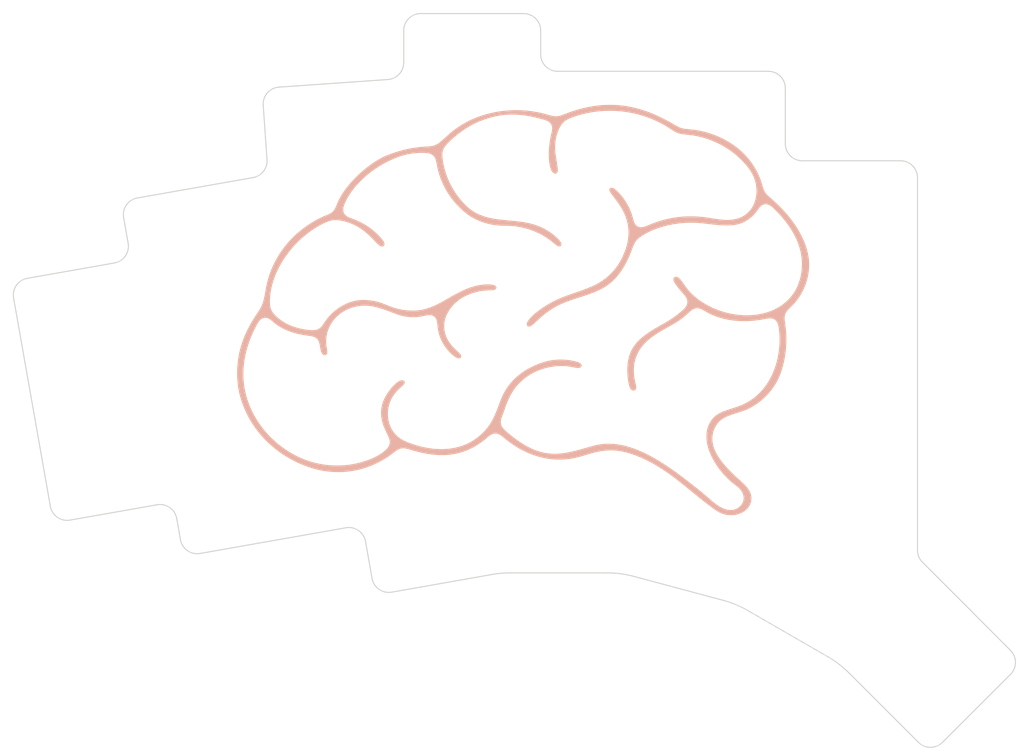
<source format=kicad_pcb>
(kicad_pcb (version 20240108) (generator "ergogen") (generator_version "4.2.1")
  (title_block (title "back_plate_44") (date "2025-11-24") (rev "1") (company "Curtis Bollinger"))
  (layers (0 "F.Cu" signal) (31 "B.Cu" signal) (34 "B.Paste" user) (35 "F.Paste" user) (36 "B.SilkS" user "B.Silkscreen") (37 "F.SilkS" user "F.Silkscreen") (38 "B.Mask" user) (39 "F.Mask" user) (44 "Edge.Cuts" user))
  (net 0 "")
  (net 1 "GND")
  (footprint "ceoloide:mounting_hole_npth" (layer "F.Cu") (at 90.4228753 47.00143700000001 0)
    (property "Reference" "MH1" hide)
    (pad "" np_thru_hole circle (at 0 0 0) (size 5 5) (drill 5) (layers "*.Cu" "*.Mask"))
  )
  (footprint "ceoloide:mounting_hole_npth" (layer "F.Cu") (at 127.0728753 46.00143700000001 0)
    (property "Reference" "MH2" hide)
    (pad "" np_thru_hole circle (at 0 0 0) (size 5 5) (drill 5) (layers "*.Cu" "*.Mask"))
  )
  (footprint "ceoloide:mounting_hole_npth" (layer "F.Cu") (at 160.11995220000003 107.8935337 -30)
    (property "Reference" "MH3" hide)
    (pad "" np_thru_hole circle (at 0 0 -30) (size 5 5) (drill 5) (layers "*.Cu" "*.Mask"))
  )
  (footprint "ceoloide:mounting_hole_npth" (layer "F.Cu") (at 103.92311409999999 92.6931189 10)
    (property "Reference" "MH4" hide)
    (pad "" np_thru_hole circle (at 0 0 10) (size 5 5) (drill 5) (layers "*.Cu" "*.Mask"))
  )
  (footprint "ceoloide:mounting_hole_npth" (layer "F.Cu") (at 54.0905586 73.38534560000001 10)
    (property "Reference" "MH5" hide)
    (pad "" np_thru_hole circle (at 0 0 10) (size 5 5) (drill 5) (layers "*.Cu" "*.Mask"))
  )
  (footprint "brain" (layer "F.Cu") (at 107.9228753 63.00143700000001 0)
    (fp_text reference "G1" hide)
    (fp_text value "G***" hide)
  )
  (gr_line (start 165.9478753 98.4441535) (end 165.9478753 43.59643700000001) (layer Edge.Cuts) (stroke (width 0.15)))
  (gr_line (start 163.4478753 41.09643700000001) (end 148.9983753 41.09643700000001) (layer Edge.Cuts) (stroke (width 0.15)))
  (gr_line (start 41.25033802933866 94.0037666379902) (end 54.05283875415566 91.74634028980269) (layer Edge.Cuts) (stroke (width 0.15)))
  (gr_line (start 32.94488384820673 61.2981214346633) (end 38.3541981605253 91.97586771485848) (layer Edge.Cuts) (stroke (width 0.15)))
  (gr_line (start 47.77528360874213 56.144555180177626) (end 34.972782751222084 58.40198155176425) (layer Edge.Cuts) (stroke (width 0.15)))
  (gr_line (start 60.39414193242657 98.91580484446007) (end 81.83609260616983 95.13501039923678) (layer Edge.Cuts) (stroke (width 0.15)))
  (gr_line (start 56.94897862296902 93.77423921293439) (end 57.49800206662859 96.88790593842936) (layer Edge.Cuts) (stroke (width 0.15)))
  (gr_line (start 51.16456765079188 46.57228796036699) (end 68.17487654006977 43.57291154566431) (layer Edge.Cuts) (stroke (width 0.15)))
  (gr_line (start 49.13666874476115 49.468427826165) (end 49.803182511757505 53.248415297278655) (layer Edge.Cuts) (stroke (width 0.15)))
  (gr_line (start 71.99379705109263 30.25427862416072) (end 88.02176653931872 29.133493837177916) (layer Edge.Cuts) (stroke (width 0.15)))
  (gr_line (start 69.67427819316079 32.92257996072999) (end 70.2346661574367 40.93650092043117) (layer Edge.Cuts) (stroke (width 0.15)))
  (gr_line (start 90.3473753 26.639583739927346) (end 90.3473753 21.92593700000001) (layer Edge.Cuts) (stroke (width 0.15)))
  (gr_line (start 110.49837529999999 25.42593700000001) (end 110.49837529999999 21.92593700000001) (layer Edge.Cuts) (stroke (width 0.15)))
  (gr_line (start 107.99837529999999 19.42593700000001) (end 92.8473753 19.42593700000001) (layer Edge.Cuts) (stroke (width 0.15)))
  (gr_line (start 112.99837529999999 27.92593700000001) (end 143.9983753 27.92593700000001) (layer Edge.Cuts) (stroke (width 0.15)))
  (gr_line (start 146.4983753 38.59643700000001) (end 146.4983753 30.42593700000001) (layer Edge.Cuts) (stroke (width 0.15)))
  (gr_line (start 88.58449263122702 104.61323593765721) (end 103.37539505288593 102.00520071408566) (layer Edge.Cuts) (stroke (width 0.15)))
  (gr_line (start 84.73223247196782 97.16290930526759) (end 85.68835276241367 102.58533701452552) (layer Edge.Cuts) (stroke (width 0.15)))
  (gr_line (start 105.98011783276957 101.77731700000001) (end 120.30731339628329 101.77731700000001) (layer Edge.Cuts) (stroke (width 0.15)))
  (gr_line (start 124.18959853647571 102.28842947679493) (end 137.3428436633006 105.81283083838747) (layer Edge.Cuts) (stroke (width 0.15)))
  (gr_line (start 140.9605581316019 107.31133715668875) (end 152.7534349408824 114.11995772258113) (layer Edge.Cuts) (stroke (width 0.15)))
  (gr_line (start 155.86003659758106 116.50373709758105) (end 166.08417820000003 126.72787870000005) (layer Edge.Cuts) (stroke (width 0.15)))
  (gr_line (start 169.61971219999998 126.72787870000002) (end 179.62758484258077 116.72000605741923) (layer Edge.Cuts) (stroke (width 0.15)))
  (gr_line (start 174.27576273313568 107.8229194668643) (end 179.62918946767152 113.18607818255552) (layer Edge.Cuts) (stroke (width 0.15)))
  (gr_arc (start 105.98011783276957 101.77731700000001) (mid 104.67278163276957 101.83439650000001) (end 103.37539503276956 102.00520070000002) (layer Edge.Cuts) (stroke (width 0.15)))
  (gr_arc (start 124.1895984962833 102.2884295) (mid 122.26520599628329 101.90564410000002) (end 120.30731339628329 101.77731700000001) (layer Edge.Cuts) (stroke (width 0.15)))
  (gr_arc (start 140.9605581316019 107.31133715668875) (mid 139.2008096316019 106.44352525668874) (end 137.3428437316019 105.81283085668875) (layer Edge.Cuts) (stroke (width 0.15)))
  (gr_arc (start 155.86003659758114 116.50373709758115) (mid 154.38485629758114 115.21003869758115) (end 152.75343489758114 114.11995779758115) (layer Edge.Cuts) (stroke (width 0.15)))
  (gr_line (start 174.27576273313568 107.82291946686433) (end 174.283435 107.8152472) (layer Edge.Cuts) (stroke (width 0.15)))
  (gr_line (start 174.283435 107.8152472) (end 166.6801083 100.2119205) (layer Edge.Cuts) (stroke (width 0.15)))
  (gr_arc (start 165.9478753 43.59643700000001) (mid 165.21564229999998 41.82867000000001) (end 163.4478753 41.09643700000001) (layer Edge.Cuts) (stroke (width 0.15)))
  (gr_arc (start 146.4983753 38.59643700000001) (mid 147.2306083 40.36420400000001) (end 148.9983753 41.09643700000001) (layer Edge.Cuts) (stroke (width 0.15)))
  (gr_arc (start 146.4983753 30.42593700000001) (mid 145.76614229999998 28.65817000000001) (end 143.9983753 27.92593700000001) (layer Edge.Cuts) (stroke (width 0.15)))
  (gr_arc (start 110.49837529999999 25.42593700000001) (mid 111.23060829999999 27.193704000000007) (end 112.99837529999999 27.92593700000001) (layer Edge.Cuts) (stroke (width 0.15)))
  (gr_arc (start 110.49837529999999 21.92593700000001) (mid 109.7661423 20.15817000000001) (end 107.99837529999999 19.42593700000001) (layer Edge.Cuts) (stroke (width 0.15)))
  (gr_arc (start 92.8473753 19.42593700000001) (mid 91.07960829999999 20.15817000000001) (end 90.3473753 21.92593700000001) (layer Edge.Cuts) (stroke (width 0.15)))
  (gr_arc (start 88.0217665 29.133493839927347) (mid 89.6757595 28.344579639927346) (end 90.3473753 26.639583739927346) (layer Edge.Cuts) (stroke (width 0.15)))
  (gr_arc (start 71.99379709041135 30.254278621411288) (mid 70.28141439041136 31.108041221411288) (end 69.67427819041136 32.92257992141129) (layer Edge.Cuts) (stroke (width 0.15)))
  (gr_arc (start 68.17487656018615 43.57291155974994) (mid 69.71078296018614 42.65004585974994) (end 70.23466616018614 40.936500859749934) (layer Edge.Cuts) (stroke (width 0.15)))
  (gr_arc (start 51.16456763067551 46.57228794628135) (mid 49.55080793067551 47.600366246281354) (end 49.13666873067551 49.46842784628135) (layer Edge.Cuts) (stroke (width 0.15)))
  (gr_arc (start 47.77528362584314 56.14455517716229) (mid 49.38904332584314 55.116476877162285) (end 49.80318252584314 53.24841527716229) (layer Edge.Cuts) (stroke (width 0.15)))
  (gr_arc (start 34.97278273412108 58.401981554779624) (mid 33.35902303412108 59.43005985477963) (end 32.94488383412108 61.298121454779626) (layer Edge.Cuts) (stroke (width 0.15)))
  (gr_arc (start 38.354198146439664 91.97586773497486) (mid 39.38227644643967 93.58962743497484) (end 41.250338046439666 94.00376663497485) (layer Edge.Cuts) (stroke (width 0.15)))
  (gr_arc (start 56.948978637054665 93.77423919281806) (mid 55.92090033705466 92.16047949281807) (end 54.052838737054664 91.74634029281806) (layer Edge.Cuts) (stroke (width 0.15)))
  (gr_arc (start 57.498002052542944 96.88790595854573) (mid 58.52608035254295 98.50166565854572) (end 60.394141952542945 98.91580485854573) (layer Edge.Cuts) (stroke (width 0.15)))
  (gr_arc (start 84.73223248605345 97.16290928515114) (mid 83.70415418605344 95.54914958515116) (end 81.83609258605344 95.13501038515115) (layer Edge.Cuts) (stroke (width 0.15)))
  (gr_arc (start 85.68835274832803 102.5853370346419) (mid 86.71643104832803 104.19909673464188) (end 88.58449264832804 104.61323593464189) (layer Edge.Cuts) (stroke (width 0.15)))
  (gr_arc (start 166.08417820000003 126.72787870000002) (mid 167.85194520000002 127.4601118) (end 169.6197122 126.72787870000002) (layer Edge.Cuts) (stroke (width 0.15)))
  (gr_arc (start 179.6275848425808 116.72000605741921) (mid 180.35981764258082 114.9533742574192) (end 179.6291894425808 113.1860781574192) (layer Edge.Cuts) (stroke (width 0.15)))
  (gr_arc (start 165.9478753 98.4441535) (mid 166.1381765 99.4008621) (end 166.6801083 100.2119205) (layer Edge.Cuts) (stroke (width 0.15)))
  (gr_circle (center 90.4228753 47.00143700000001) (end 91.5228753 47.00143700000001) (layer Edge.Cuts) (stroke (width 0.15)) (fill none))
  (gr_circle (center 127.0728753 46.00143700000001) (end 128.17287530000002 46.00143700000001) (layer Edge.Cuts) (stroke (width 0.15)) (fill none))
  (gr_circle (center 103.92311409999999 92.6931189) (end 105.02311409999999 92.6931189) (layer Edge.Cuts) (stroke (width 0.15)) (fill none))
  (gr_circle (center 160.11995220000003 107.8935337) (end 161.21995220000002 107.8935337) (layer Edge.Cuts) (stroke (width 0.15)) (fill none))
  (gr_circle (center 54.0905586 73.38534560000001) (end 55.1905586 73.38534560000001) (layer Edge.Cuts) (stroke (width 0.15)) (fill none))
)
</source>
